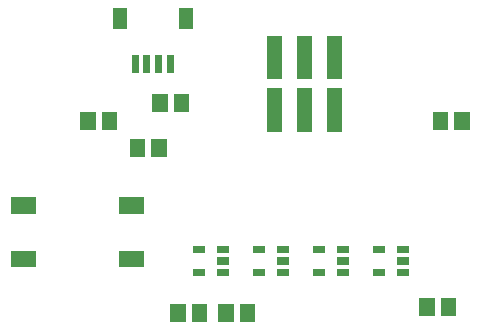
<source format=gbr>
G04 start of page 10 for group -4015 idx -4015 *
G04 Title: (unknown), toppaste *
G04 Creator: pcb 4.0.2 *
G04 CreationDate: Thu Oct 28 20:11:09 2021 UTC *
G04 For: ndholmes *
G04 Format: Gerber/RS-274X *
G04 PCB-Dimensions (mil): 2100.00 2700.00 *
G04 PCB-Coordinate-Origin: lower left *
%MOIN*%
%FSLAX25Y25*%
%LNTOPPASTE*%
%ADD44C,0.0001*%
G54D44*G36*
X95602Y169452D02*X90484D01*
Y163548D01*
X95602D01*
Y169452D01*
G37*
G36*
X88516D02*X83398D01*
Y163548D01*
X88516D01*
Y169452D01*
G37*
G36*
X79602D02*X74484D01*
Y163548D01*
X79602D01*
Y169452D01*
G37*
G36*
X72516D02*X67398D01*
Y163548D01*
X72516D01*
Y169452D01*
G37*
G36*
X73602Y239452D02*X68484D01*
Y233548D01*
X73602D01*
Y239452D01*
G37*
G36*
X66516D02*X61398D01*
Y233548D01*
X66516D01*
Y239452D01*
G37*
G36*
X49602Y233452D02*X44484D01*
Y227548D01*
X49602D01*
Y233452D01*
G37*
G36*
X42516D02*X37398D01*
Y227548D01*
X42516D01*
Y233452D01*
G37*
G36*
X114800Y189000D02*Y186600D01*
X118800D01*
Y189000D01*
X114800D01*
G37*
G36*
Y181200D02*Y178800D01*
X118800D01*
Y181200D01*
X114800D01*
G37*
G36*
X123000D02*Y178800D01*
X127000D01*
Y181200D01*
X123000D01*
G37*
G36*
Y185100D02*Y182700D01*
X127000D01*
Y185100D01*
X123000D01*
G37*
G36*
Y189000D02*Y186600D01*
X127000D01*
Y189000D01*
X123000D01*
G37*
G36*
X155516Y171452D02*X150398D01*
Y165548D01*
X155516D01*
Y171452D01*
G37*
G36*
X162602D02*X157484D01*
Y165548D01*
X162602D01*
Y171452D01*
G37*
G36*
X167145Y233452D02*X162027D01*
Y227548D01*
X167145D01*
Y233452D01*
G37*
G36*
X160059D02*X154941D01*
Y227548D01*
X160059D01*
Y233452D01*
G37*
G36*
X68587Y252551D02*X66225D01*
Y246449D01*
X68587D01*
Y252551D01*
G37*
G36*
X64650D02*X62288D01*
Y246449D01*
X64650D01*
Y252551D01*
G37*
G36*
X60712D02*X58350D01*
Y246449D01*
X60712D01*
Y252551D01*
G37*
G36*
X56775D02*X54413D01*
Y246449D01*
X56775D01*
Y252551D01*
G37*
G36*
X74886Y268299D02*X70162D01*
Y261213D01*
X74886D01*
Y268299D01*
G37*
G36*
X52838D02*X48114D01*
Y261213D01*
X52838D01*
Y268299D01*
G37*
G36*
X94800Y189000D02*Y186600D01*
X98800D01*
Y189000D01*
X94800D01*
G37*
G36*
Y181200D02*Y178800D01*
X98800D01*
Y181200D01*
X94800D01*
G37*
G36*
X103000D02*Y178800D01*
X107000D01*
Y181200D01*
X103000D01*
G37*
G36*
Y185100D02*Y182700D01*
X107000D01*
Y185100D01*
X103000D01*
G37*
G36*
Y189000D02*Y186600D01*
X107000D01*
Y189000D01*
X103000D01*
G37*
G36*
X134800D02*Y186600D01*
X138800D01*
Y189000D01*
X134800D01*
G37*
G36*
Y181200D02*Y178800D01*
X138800D01*
Y181200D01*
X134800D01*
G37*
G36*
X143000D02*Y178800D01*
X147000D01*
Y181200D01*
X143000D01*
G37*
G36*
Y185100D02*Y182700D01*
X147000D01*
Y185100D01*
X143000D01*
G37*
G36*
Y189000D02*Y186600D01*
X147000D01*
Y189000D01*
X143000D01*
G37*
G36*
X124500Y258984D02*X119500D01*
Y244496D01*
X124500D01*
Y258984D01*
G37*
G36*
X114500D02*X109500D01*
Y244496D01*
X114500D01*
Y258984D01*
G37*
G36*
X104500D02*X99500D01*
Y244496D01*
X104500D01*
Y258984D01*
G37*
G36*
Y241504D02*X99500D01*
Y227016D01*
X104500D01*
Y241504D01*
G37*
G36*
X114500D02*X109500D01*
Y227016D01*
X114500D01*
Y241504D01*
G37*
G36*
X124500D02*X119500D01*
Y227016D01*
X124500D01*
Y241504D01*
G37*
G36*
X74800Y189000D02*Y186600D01*
X78800D01*
Y189000D01*
X74800D01*
G37*
G36*
Y181200D02*Y178800D01*
X78800D01*
Y181200D01*
X74800D01*
G37*
G36*
X83000D02*Y178800D01*
X87000D01*
Y181200D01*
X83000D01*
G37*
G36*
Y185100D02*Y182700D01*
X87000D01*
Y185100D01*
X83000D01*
G37*
G36*
Y189000D02*Y186600D01*
X87000D01*
Y189000D01*
X83000D01*
G37*
G36*
X59016Y224452D02*X53898D01*
Y218548D01*
X59016D01*
Y224452D01*
G37*
G36*
X66102D02*X60984D01*
Y218548D01*
X66102D01*
Y224452D01*
G37*
G36*
X50300Y187350D02*Y181850D01*
X58600D01*
Y187350D01*
X50300D01*
G37*
G36*
X14400D02*Y181850D01*
X22700D01*
Y187350D01*
X14400D01*
G37*
G36*
X50300Y205150D02*Y199650D01*
X58600D01*
Y205150D01*
X50300D01*
G37*
G36*
X14400D02*Y199650D01*
X22700D01*
Y205150D01*
X14400D01*
G37*
M02*

</source>
